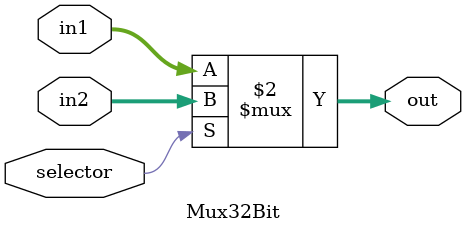
<source format=v>
`timescale 1ns / 1ps

module Mux32Bit(
				input [31:0]in1, 
				input [31:0]in2,
				input selector,
				output reg [31:0]out
    );
always @(*)
	begin		
		out = selector? in2 : in1;
	end
endmodule

</source>
